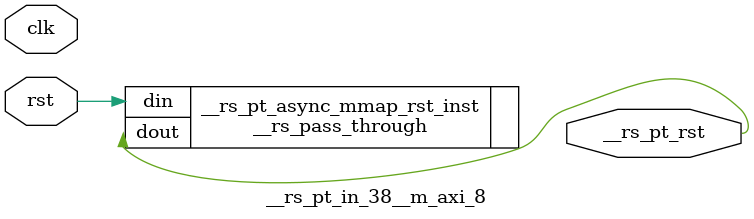
<source format=v>
`timescale 1 ns / 1 ps
/**   Generated by RapidStream   **/
module __rs_pt_in_38__m_axi_8 #(
    parameter BufferSize         = 32,
    parameter BufferSizeLog      = 5,
    parameter AddrWidth          = 64,
    parameter AxiSideAddrWidth   = 64,
    parameter DataWidth          = 512,
    parameter DataWidthBytesLog  = 6,
    parameter WaitTimeWidth      = 4,
    parameter BurstLenWidth      = 8,
    parameter EnableReadChannel  = 1,
    parameter EnableWriteChannel = 1,
    parameter MaxWaitTime        = 3,
    parameter MaxBurstLen        = 15
) (
    output wire __rs_pt_rst,
    input wire  clk,
    input wire  rst
);




__rs_pass_through #(
    .WIDTH (1)
) __rs_pt_async_mmap_rst_inst /**   Generated by RapidStream   **/ (
    .din  (rst),
    .dout (__rs_pt_rst)
);

endmodule  // __rs_pt_in_38__m_axi_8
</source>
